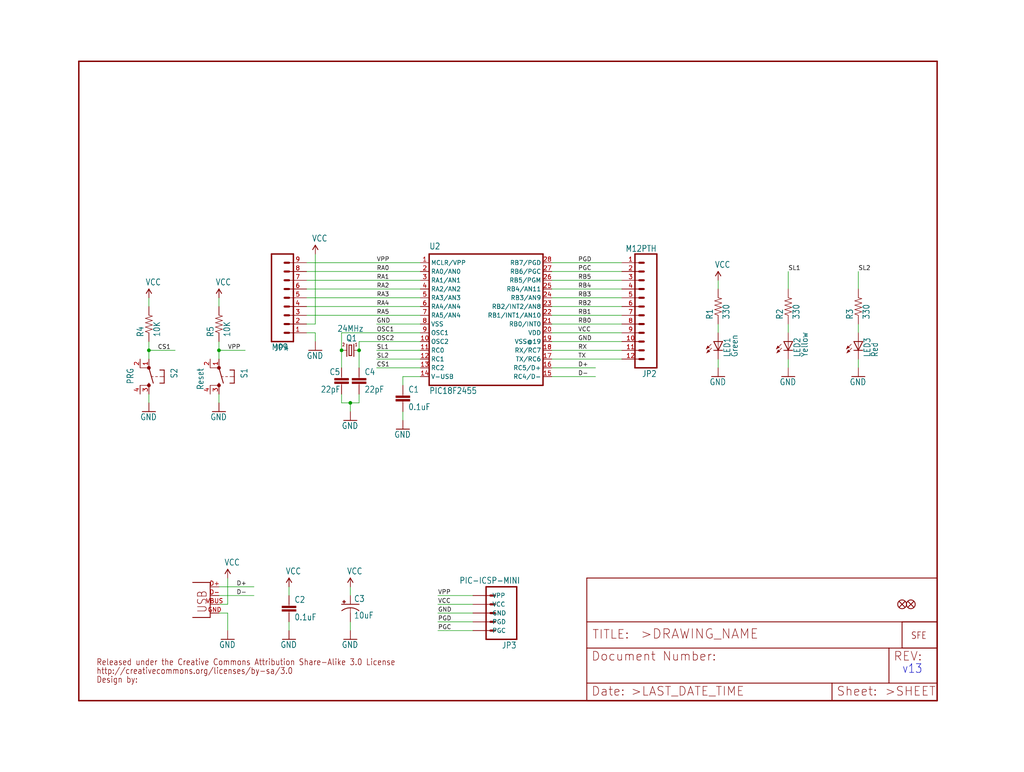
<source format=kicad_sch>
(kicad_sch (version 20211123) (generator eeschema)
  (paper "User" 297.002 223.926)
  (lib_symbols
    (symbol "schematicEagle-eagle-import:CAP0402-CAP"
      (property "Reference" "C" (at 1.524 2.921 0))
      (property "Value" "CAP0402-CAP" (at 1.524 -2.159 0))
      (symbol "CAP0402-CAP_1_0"
        (rectangle (start -2.032 0.508) (end 2.032 1.016) (fill (type outline)))
        (rectangle (start -2.032 1.524) (end 2.032 2.032) (fill (type outline)))
        (polyline (pts (xy 0 0) (xy 0 0.508)) (stroke (width 0.1524)))
        (polyline (pts (xy 0 2.54) (xy 0 2.032)) (stroke (width 0.1524)))
        (pin passive line (at 0 5.08 270) (length 2.54) (name "1") (number "1"))
        (pin passive line (at 0 -2.54 90) (length 2.54) (name "2") (number "2"))
      )
    )
    (symbol "schematicEagle-eagle-import:CAP_POL1206"
      (property "Reference" "C" (at 1.016 0.635 0))
      (property "Value" "CAP_POL1206" (at 1.016 -4.191 0))
      (symbol "CAP_POL1206_1_0"
        (rectangle (start -2.253 0.668) (end -1.364 0.795) (fill (type outline)))
        (rectangle (start -1.872 0.287) (end -1.745 1.176) (fill (type outline)))
        (arc (start 0 -1.0161) (mid -1.3021 -1.2302) (end -2.4669 -1.8504) (stroke (width 0.254)))
        (polyline (pts (xy -2.54 0) (xy 2.54 0)) (stroke (width 0.254)))
        (polyline (pts (xy 0 -1.016) (xy 0 -2.54)) (stroke (width 0.1524)))
        (arc (start 2.4892 -1.8542) (mid 1.3158 -1.2195) (end 0 -1) (stroke (width 0.254)))
        (pin passive line (at 0 2.54 270) (length 2.54) (name "+") (number "A"))
        (pin passive line (at 0 -5.08 90) (length 2.54) (name "-") (number "C"))
      )
    )
    (symbol "schematicEagle-eagle-import:CREATIVE_COMMONS"
      (symbol "CREATIVE_COMMONS_1_0"
        (text "Design by:" (at 0 0 0) (effects (font (size 1.778 1.5113)) (justify left bottom)))
        (text "http://creativecommons.org/licenses/by-sa/3.0" (at 0 2.54 0) (effects (font (size 1.778 1.5113)) (justify left bottom)))
        (text "Released under the Creative Commons Attribution Share-Alike 3.0 License" (at 0 5.08 0) (effects (font (size 1.778 1.5113)) (justify left bottom)))
      )
    )
    (symbol "schematicEagle-eagle-import:CRYSTAL5X3"
      (property "Reference" "Q" (at 2.54 1.016 0))
      (property "Value" "CRYSTAL5X3" (at 2.54 -2.54 0))
      (symbol "CRYSTAL5X3_1_0"
        (polyline (pts (xy -2.54 0) (xy -1.016 0)) (stroke (width 0.1524)))
        (polyline (pts (xy -1.016 1.778) (xy -1.016 -1.778)) (stroke (width 0.254)))
        (polyline (pts (xy -0.381 -1.524) (xy 0.381 -1.524)) (stroke (width 0.254)))
        (polyline (pts (xy -0.381 1.524) (xy -0.381 -1.524)) (stroke (width 0.254)))
        (polyline (pts (xy 0.381 -1.524) (xy 0.381 1.524)) (stroke (width 0.254)))
        (polyline (pts (xy 0.381 1.524) (xy -0.381 1.524)) (stroke (width 0.254)))
        (polyline (pts (xy 1.016 0) (xy 2.54 0)) (stroke (width 0.1524)))
        (polyline (pts (xy 1.016 1.778) (xy 1.016 -1.778)) (stroke (width 0.254)))
        (text "1" (at -2.159 -1.143 0) (effects (font (size 0.8636 0.734)) (justify left bottom)))
        (text "2" (at 1.524 -1.143 0) (effects (font (size 0.8636 0.734)) (justify left bottom)))
        (pin passive line (at -2.54 0 0) (length 0) (name "1") (number "1"))
        (pin passive line (at 2.54 0 180) (length 0) (name "2") (number "3"))
      )
    )
    (symbol "schematicEagle-eagle-import:FIDUCIAL1X2"
      (symbol "FIDUCIAL1X2_1_0"
        (polyline (pts (xy -0.762 0.762) (xy 0.762 -0.762)) (stroke (width 0.254)))
        (polyline (pts (xy 0.762 0.762) (xy -0.762 -0.762)) (stroke (width 0.254)))
        (circle (center 0 0) (radius 1.27) (stroke (width 0.254)))
      )
    )
    (symbol "schematicEagle-eagle-import:FRAME-LETTER"
      (symbol "FRAME-LETTER_1_0"
        (polyline (pts (xy 0 0) (xy 248.92 0)) (stroke (width 0.4064)))
        (polyline (pts (xy 0 185.42) (xy 0 0)) (stroke (width 0.4064)))
        (polyline (pts (xy 0 185.42) (xy 248.92 185.42)) (stroke (width 0.4064)))
        (polyline (pts (xy 248.92 185.42) (xy 248.92 0)) (stroke (width 0.4064)))
      )
      (symbol "FRAME-LETTER_2_0"
        (polyline (pts (xy 0 0) (xy 0 5.08)) (stroke (width 0.254)))
        (polyline (pts (xy 0 0) (xy 71.12 0)) (stroke (width 0.254)))
        (polyline (pts (xy 0 5.08) (xy 0 15.24)) (stroke (width 0.254)))
        (polyline (pts (xy 0 5.08) (xy 71.12 5.08)) (stroke (width 0.254)))
        (polyline (pts (xy 0 15.24) (xy 0 22.86)) (stroke (width 0.254)))
        (polyline (pts (xy 0 22.86) (xy 0 35.56)) (stroke (width 0.254)))
        (polyline (pts (xy 0 22.86) (xy 101.6 22.86)) (stroke (width 0.254)))
        (polyline (pts (xy 71.12 0) (xy 101.6 0)) (stroke (width 0.254)))
        (polyline (pts (xy 71.12 5.08) (xy 71.12 0)) (stroke (width 0.254)))
        (polyline (pts (xy 71.12 5.08) (xy 87.63 5.08)) (stroke (width 0.254)))
        (polyline (pts (xy 87.63 5.08) (xy 101.6 5.08)) (stroke (width 0.254)))
        (polyline (pts (xy 87.63 15.24) (xy 0 15.24)) (stroke (width 0.254)))
        (polyline (pts (xy 87.63 15.24) (xy 87.63 5.08)) (stroke (width 0.254)))
        (polyline (pts (xy 101.6 5.08) (xy 101.6 0)) (stroke (width 0.254)))
        (polyline (pts (xy 101.6 15.24) (xy 87.63 15.24)) (stroke (width 0.254)))
        (polyline (pts (xy 101.6 15.24) (xy 101.6 5.08)) (stroke (width 0.254)))
        (polyline (pts (xy 101.6 22.86) (xy 101.6 15.24)) (stroke (width 0.254)))
        (polyline (pts (xy 101.6 35.56) (xy 0 35.56)) (stroke (width 0.254)))
        (polyline (pts (xy 101.6 35.56) (xy 101.6 22.86)) (stroke (width 0.254)))
        (text ">DRAWING_NAME" (at 15.494 17.78 0) (effects (font (size 2.7432 2.7432)) (justify left bottom)))
        (text ">LAST_DATE_TIME" (at 12.7 1.27 0) (effects (font (size 2.54 2.54)) (justify left bottom)))
        (text ">SHEET" (at 86.36 1.27 0) (effects (font (size 2.54 2.54)) (justify left bottom)))
        (text "Date:" (at 1.27 1.27 0) (effects (font (size 2.54 2.54)) (justify left bottom)))
        (text "Document Number:" (at 1.27 11.43 0) (effects (font (size 2.54 2.54)) (justify left bottom)))
        (text "REV:" (at 88.9 11.43 0) (effects (font (size 2.54 2.54)) (justify left bottom)))
        (text "Sheet:" (at 72.39 1.27 0) (effects (font (size 2.54 2.54)) (justify left bottom)))
        (text "TITLE:" (at 1.524 17.78 0) (effects (font (size 2.54 2.54)) (justify left bottom)))
      )
    )
    (symbol "schematicEagle-eagle-import:GND" (power)
      (property "Value" "GND" (at -2.54 -2.54 0))
      (symbol "GND_1_0"
        (polyline (pts (xy -1.905 0) (xy 1.905 0)) (stroke (width 0.254)))
        (pin power_in line (at 0 2.54 270) (length 2.54) (name "GND") (number "1"))
      )
    )
    (symbol "schematicEagle-eagle-import:LED1206"
      (property "Reference" "LED" (at 3.556 -4.572 90))
      (property "Value" "LED1206" (at 5.715 -4.572 90))
      (symbol "LED1206_1_0"
        (polyline (pts (xy -2.032 -0.762) (xy -3.429 -2.159)) (stroke (width 0.1524)))
        (polyline (pts (xy -1.905 -1.905) (xy -3.302 -3.302)) (stroke (width 0.1524)))
        (polyline (pts (xy 0 -2.54) (xy -1.27 -2.54)) (stroke (width 0.254)))
        (polyline (pts (xy 0 -2.54) (xy -1.27 0)) (stroke (width 0.254)))
        (polyline (pts (xy 0 0) (xy -1.27 0)) (stroke (width 0.254)))
        (polyline (pts (xy 0 0) (xy 0 -2.54)) (stroke (width 0.1524)))
        (polyline (pts (xy 1.27 -2.54) (xy 0 -2.54)) (stroke (width 0.254)))
        (polyline (pts (xy 1.27 0) (xy 0 -2.54)) (stroke (width 0.254)))
        (polyline (pts (xy 1.27 0) (xy 0 0)) (stroke (width 0.254)))
        (polyline (pts (xy -3.429 -2.159) (xy -3.048 -1.27) (xy -2.54 -1.778)) (fill (type outline)))
        (polyline (pts (xy -3.302 -3.302) (xy -2.921 -2.413) (xy -2.413 -2.921)) (fill (type outline)))
        (pin passive line (at 0 2.54 270) (length 2.54) (name "A") (number "A"))
        (pin passive line (at 0 -5.08 90) (length 2.54) (name "C") (number "C"))
      )
    )
    (symbol "schematicEagle-eagle-import:LOGO-SFENEW"
      (symbol "LOGO-SFENEW_1_0"
        (polyline (pts (xy -2.54 -2.54) (xy 7.62 -2.54)) (stroke (width 0.254)))
        (polyline (pts (xy -2.54 5.08) (xy -2.54 -2.54)) (stroke (width 0.254)))
        (polyline (pts (xy 7.62 -2.54) (xy 7.62 5.08)) (stroke (width 0.254)))
        (polyline (pts (xy 7.62 5.08) (xy -2.54 5.08)) (stroke (width 0.254)))
        (text "SFE" (at 0 0 0) (effects (font (size 1.9304 1.6408)) (justify left bottom)))
      )
    )
    (symbol "schematicEagle-eagle-import:M09"
      (property "Reference" "JP" (at 0 16.51 0))
      (property "Value" "M09" (at 0 -15.24 0))
      (symbol "M09_1_0"
        (polyline (pts (xy 0 12.7) (xy 0 -12.7)) (stroke (width 0.4064)))
        (polyline (pts (xy 0 12.7) (xy 6.35 12.7)) (stroke (width 0.4064)))
        (polyline (pts (xy 3.81 -10.16) (xy 5.08 -10.16)) (stroke (width 0.6096)))
        (polyline (pts (xy 3.81 -7.62) (xy 5.08 -7.62)) (stroke (width 0.6096)))
        (polyline (pts (xy 3.81 -5.08) (xy 5.08 -5.08)) (stroke (width 0.6096)))
        (polyline (pts (xy 3.81 -2.54) (xy 5.08 -2.54)) (stroke (width 0.6096)))
        (polyline (pts (xy 3.81 0) (xy 5.08 0)) (stroke (width 0.6096)))
        (polyline (pts (xy 3.81 2.54) (xy 5.08 2.54)) (stroke (width 0.6096)))
        (polyline (pts (xy 3.81 5.08) (xy 5.08 5.08)) (stroke (width 0.6096)))
        (polyline (pts (xy 3.81 7.62) (xy 5.08 7.62)) (stroke (width 0.6096)))
        (polyline (pts (xy 3.81 10.16) (xy 5.08 10.16)) (stroke (width 0.6096)))
        (polyline (pts (xy 6.35 -12.7) (xy 0 -12.7)) (stroke (width 0.4064)))
        (polyline (pts (xy 6.35 -12.7) (xy 6.35 12.7)) (stroke (width 0.4064)))
        (pin passive line (at 10.16 -10.16 180) (length 5.08) (name "1") (number "1"))
        (pin passive line (at 10.16 -7.62 180) (length 5.08) (name "2") (number "2"))
        (pin passive line (at 10.16 -5.08 180) (length 5.08) (name "3") (number "3"))
        (pin passive line (at 10.16 -2.54 180) (length 5.08) (name "4") (number "4"))
        (pin passive line (at 10.16 0 180) (length 5.08) (name "5") (number "5"))
        (pin passive line (at 10.16 2.54 180) (length 5.08) (name "6") (number "6"))
        (pin passive line (at 10.16 5.08 180) (length 5.08) (name "7") (number "7"))
        (pin passive line (at 10.16 7.62 180) (length 5.08) (name "8") (number "8"))
        (pin passive line (at 10.16 10.16 180) (length 5.08) (name "9") (number "9"))
      )
    )
    (symbol "schematicEagle-eagle-import:M12PTH"
      (property "Reference" "JP" (at 0 16.002 0))
      (property "Value" "M12PTH" (at 0 -20.32 0))
      (symbol "M12PTH_1_0"
        (polyline (pts (xy 0 15.24) (xy 0 -17.78)) (stroke (width 0.4064)))
        (polyline (pts (xy 0 15.24) (xy 6.35 15.24)) (stroke (width 0.4064)))
        (polyline (pts (xy 3.81 -15.24) (xy 5.08 -15.24)) (stroke (width 0.6096)))
        (polyline (pts (xy 3.81 -12.7) (xy 5.08 -12.7)) (stroke (width 0.6096)))
        (polyline (pts (xy 3.81 -10.16) (xy 5.08 -10.16)) (stroke (width 0.6096)))
        (polyline (pts (xy 3.81 -7.62) (xy 5.08 -7.62)) (stroke (width 0.6096)))
        (polyline (pts (xy 3.81 -5.08) (xy 5.08 -5.08)) (stroke (width 0.6096)))
        (polyline (pts (xy 3.81 -2.54) (xy 5.08 -2.54)) (stroke (width 0.6096)))
        (polyline (pts (xy 3.81 0) (xy 5.08 0)) (stroke (width 0.6096)))
        (polyline (pts (xy 3.81 2.54) (xy 5.08 2.54)) (stroke (width 0.6096)))
        (polyline (pts (xy 3.81 5.08) (xy 5.08 5.08)) (stroke (width 0.6096)))
        (polyline (pts (xy 3.81 7.62) (xy 5.08 7.62)) (stroke (width 0.6096)))
        (polyline (pts (xy 3.81 10.16) (xy 5.08 10.16)) (stroke (width 0.6096)))
        (polyline (pts (xy 3.81 12.7) (xy 5.08 12.7)) (stroke (width 0.6096)))
        (polyline (pts (xy 6.35 -17.78) (xy 0 -17.78)) (stroke (width 0.4064)))
        (polyline (pts (xy 6.35 -17.78) (xy 6.35 15.24)) (stroke (width 0.4064)))
        (pin passive line (at 10.16 -15.24 180) (length 5.08) (name "1") (number "1"))
        (pin passive line (at 10.16 7.62 180) (length 5.08) (name "10") (number "10"))
        (pin passive line (at 10.16 10.16 180) (length 5.08) (name "11") (number "11"))
        (pin passive line (at 10.16 12.7 180) (length 5.08) (name "12") (number "12"))
        (pin passive line (at 10.16 -12.7 180) (length 5.08) (name "2") (number "2"))
        (pin passive line (at 10.16 -10.16 180) (length 5.08) (name "3") (number "3"))
        (pin passive line (at 10.16 -7.62 180) (length 5.08) (name "4") (number "4"))
        (pin passive line (at 10.16 -5.08 180) (length 5.08) (name "5") (number "5"))
        (pin passive line (at 10.16 -2.54 180) (length 5.08) (name "6") (number "6"))
        (pin passive line (at 10.16 0 180) (length 5.08) (name "7") (number "7"))
        (pin passive line (at 10.16 2.54 180) (length 5.08) (name "8") (number "8"))
        (pin passive line (at 10.16 5.08 180) (length 5.08) (name "9") (number "9"))
      )
    )
    (symbol "schematicEagle-eagle-import:PIC-ICSP-MINI"
      (property "Value" "PIC-ICSP-MINI" (at 6.096 10.414 0))
      (symbol "PIC-ICSP-MINI_1_0"
        (polyline (pts (xy -3.81 7.62) (xy -3.81 -7.62)) (stroke (width 0.4064)))
        (polyline (pts (xy -3.81 7.62) (xy 5.08 7.62)) (stroke (width 0.4064)))
        (polyline (pts (xy -1.27 -5.08) (xy -2.54 -5.08)) (stroke (width 0.6096)))
        (polyline (pts (xy -1.27 -2.54) (xy -2.54 -2.54)) (stroke (width 0.6096)))
        (polyline (pts (xy -1.27 0) (xy -2.54 0)) (stroke (width 0.6096)))
        (polyline (pts (xy -1.27 2.54) (xy -2.54 2.54)) (stroke (width 0.6096)))
        (polyline (pts (xy -1.27 5.08) (xy -2.54 5.08)) (stroke (width 0.6096)))
        (polyline (pts (xy 5.08 -7.62) (xy -3.81 -7.62)) (stroke (width 0.4064)))
        (polyline (pts (xy 5.08 -7.62) (xy 5.08 7.62)) (stroke (width 0.4064)))
        (pin passive line (at -7.62 5.08 0) (length 5.08) (name "VPP") (number "1"))
        (pin passive line (at -7.62 2.54 0) (length 5.08) (name "VCC") (number "2"))
        (pin passive line (at -7.62 0 0) (length 5.08) (name "GND") (number "3"))
        (pin passive line (at -7.62 -2.54 0) (length 5.08) (name "PGD") (number "4"))
        (pin passive line (at -7.62 -5.08 0) (length 5.08) (name "PGC") (number "5"))
      )
    )
    (symbol "schematicEagle-eagle-import:PIC18F2455SMD"
      (property "Value" "PIC18F2455SMD" (at -17.78 -20.32 0))
      (symbol "PIC18F2455SMD_1_0"
        (polyline (pts (xy -17.78 -17.78) (xy -17.78 20.32)) (stroke (width 0.4064)))
        (polyline (pts (xy -17.78 20.32) (xy 15.24 20.32)) (stroke (width 0.4064)))
        (polyline (pts (xy 15.24 -17.78) (xy -17.78 -17.78)) (stroke (width 0.4064)))
        (polyline (pts (xy 15.24 20.32) (xy 15.24 -17.78)) (stroke (width 0.4064)))
        (pin bidirectional line (at -20.32 17.78 0) (length 2.54) (name "MCLR/VPP") (number "1"))
        (pin bidirectional line (at -20.32 -5.08 0) (length 2.54) (name "OSC2") (number "10"))
        (pin bidirectional line (at -20.32 -7.62 0) (length 2.54) (name "RC0") (number "11"))
        (pin bidirectional line (at -20.32 -10.16 0) (length 2.54) (name "RC1") (number "12"))
        (pin bidirectional line (at -20.32 -12.7 0) (length 2.54) (name "RC2") (number "13"))
        (pin bidirectional line (at -20.32 -15.24 0) (length 2.54) (name "V-USB") (number "14"))
        (pin bidirectional line (at 17.78 -15.24 180) (length 2.54) (name "RC4/D-") (number "15"))
        (pin bidirectional line (at 17.78 -12.7 180) (length 2.54) (name "RC5/D+") (number "16"))
        (pin bidirectional line (at 17.78 -10.16 180) (length 2.54) (name "TX/RC6") (number "17"))
        (pin input line (at 17.78 -7.62 180) (length 2.54) (name "RX/RC7") (number "18"))
        (pin power_in line (at 17.78 -5.08 180) (length 2.54) (name "VSS@19") (number "19"))
        (pin bidirectional line (at -20.32 15.24 0) (length 2.54) (name "RA0/AN0") (number "2"))
        (pin power_in line (at 17.78 -2.54 180) (length 2.54) (name "VDD") (number "20"))
        (pin bidirectional line (at 17.78 0 180) (length 2.54) (name "RB0/INT0") (number "21"))
        (pin bidirectional line (at 17.78 2.54 180) (length 2.54) (name "RB1/INT1/AN10") (number "22"))
        (pin bidirectional line (at 17.78 5.08 180) (length 2.54) (name "RB2/INT2/AN8") (number "23"))
        (pin bidirectional line (at 17.78 7.62 180) (length 2.54) (name "RB3/AN9") (number "24"))
        (pin bidirectional line (at 17.78 10.16 180) (length 2.54) (name "RB4/AN11") (number "25"))
        (pin bidirectional line (at 17.78 12.7 180) (length 2.54) (name "RB5/PGM") (number "26"))
        (pin bidirectional line (at 17.78 15.24 180) (length 2.54) (name "RB6/PGC") (number "27"))
        (pin bidirectional line (at 17.78 17.78 180) (length 2.54) (name "RB7/PGD") (number "28"))
        (pin bidirectional line (at -20.32 12.7 0) (length 2.54) (name "RA1/AN1") (number "3"))
        (pin bidirectional line (at -20.32 10.16 0) (length 2.54) (name "RA2/AN2") (number "4"))
        (pin bidirectional line (at -20.32 7.62 0) (length 2.54) (name "RA3/AN3") (number "5"))
        (pin bidirectional line (at -20.32 5.08 0) (length 2.54) (name "RA4/AN4") (number "6"))
        (pin bidirectional line (at -20.32 2.54 0) (length 2.54) (name "RA5/AN4") (number "7"))
        (pin power_in line (at -20.32 0 0) (length 2.54) (name "VSS") (number "8"))
        (pin bidirectional line (at -20.32 -2.54 0) (length 2.54) (name "OSC1") (number "9"))
      )
    )
    (symbol "schematicEagle-eagle-import:RESISTOR0402-RES"
      (property "Reference" "R" (at -3.81 1.4986 0))
      (property "Value" "RESISTOR0402-RES" (at -3.81 -3.302 0))
      (symbol "RESISTOR0402-RES_1_0"
        (polyline (pts (xy -2.54 0) (xy -2.159 1.016)) (stroke (width 0.1524)))
        (polyline (pts (xy -2.159 1.016) (xy -1.524 -1.016)) (stroke (width 0.1524)))
        (polyline (pts (xy -1.524 -1.016) (xy -0.889 1.016)) (stroke (width 0.1524)))
        (polyline (pts (xy -0.889 1.016) (xy -0.254 -1.016)) (stroke (width 0.1524)))
        (polyline (pts (xy -0.254 -1.016) (xy 0.381 1.016)) (stroke (width 0.1524)))
        (polyline (pts (xy 0.381 1.016) (xy 1.016 -1.016)) (stroke (width 0.1524)))
        (polyline (pts (xy 1.016 -1.016) (xy 1.651 1.016)) (stroke (width 0.1524)))
        (polyline (pts (xy 1.651 1.016) (xy 2.286 -1.016)) (stroke (width 0.1524)))
        (polyline (pts (xy 2.286 -1.016) (xy 2.54 0)) (stroke (width 0.1524)))
        (pin passive line (at -5.08 0 0) (length 2.54) (name "1") (number "1"))
        (pin passive line (at 5.08 0 180) (length 2.54) (name "2") (number "2"))
      )
    )
    (symbol "schematicEagle-eagle-import:TAC_SWITCHSMD"
      (property "Reference" "S" (at -2.54 6.35 0))
      (property "Value" "TAC_SWITCHSMD" (at -2.54 -6.35 0))
      (symbol "TAC_SWITCHSMD_1_0"
        (circle (center -2.54 0) (radius 0.127) (stroke (width 0.4064)))
        (polyline (pts (xy -2.54 -2.54) (xy -2.54 0)) (stroke (width 0.1524)))
        (polyline (pts (xy -2.54 0) (xy 1.905 1.27)) (stroke (width 0.254)))
        (polyline (pts (xy -1.905 4.445) (xy -1.905 3.175)) (stroke (width 0.254)))
        (polyline (pts (xy 0 1.27) (xy 0 0.635)) (stroke (width 0.1524)))
        (polyline (pts (xy 0 2.54) (xy 0 1.905)) (stroke (width 0.1524)))
        (polyline (pts (xy 0 4.445) (xy -1.905 4.445)) (stroke (width 0.254)))
        (polyline (pts (xy 0 4.445) (xy 0 3.175)) (stroke (width 0.1524)))
        (polyline (pts (xy 1.905 0) (xy 2.54 0)) (stroke (width 0.254)))
        (polyline (pts (xy 1.905 4.445) (xy 0 4.445)) (stroke (width 0.254)))
        (polyline (pts (xy 1.905 4.445) (xy 1.905 3.175)) (stroke (width 0.254)))
        (polyline (pts (xy 2.54 -2.54) (xy 2.54 0)) (stroke (width 0.1524)))
        (circle (center 2.54 0) (radius 0.127) (stroke (width 0.4064)))
        (pin passive line (at -5.08 0 0) (length 2.54) (name "1") (number "1"))
        (pin passive line (at -5.08 -2.54 0) (length 2.54) (name "2") (number "2"))
        (pin passive line (at 5.08 0 180) (length 2.54) (name "3") (number "3"))
        (pin passive line (at 5.08 -2.54 180) (length 2.54) (name "4") (number "4"))
      )
    )
    (symbol "schematicEagle-eagle-import:USBSMD"
      (symbol "USBSMD_1_0"
        (polyline (pts (xy 0 -1.27) (xy 5.08 -1.27)) (stroke (width 0.254)))
        (polyline (pts (xy 0 8.89) (xy 0 -1.27)) (stroke (width 0.254)))
        (polyline (pts (xy 5.08 8.89) (xy 0 8.89)) (stroke (width 0.254)))
        (text "USB" (at 3.81 0 900) (effects (font (size 2.54 2.159)) (justify left bottom)))
        (pin bidirectional line (at -2.54 7.62 0) (length 2.54) (name "D+") (number "D+"))
        (pin bidirectional line (at -2.54 5.08 0) (length 2.54) (name "D-") (number "D-"))
        (pin bidirectional line (at -2.54 0 0) (length 2.54) (name "GND") (number "GND"))
        (pin bidirectional line (at -2.54 2.54 0) (length 2.54) (name "VBUS") (number "VBUS"))
      )
    )
    (symbol "schematicEagle-eagle-import:VCC" (power)
      (property "Value" "VCC" (at -1.016 3.556 0))
      (symbol "VCC_1_0"
        (polyline (pts (xy 0 2.54) (xy -0.762 1.27)) (stroke (width 0.254)))
        (polyline (pts (xy 0.762 1.27) (xy 0 2.54)) (stroke (width 0.254)))
        (pin power_in line (at 0 0 90) (length 2.54) (name "VCC") (number "1"))
      )
    )
  )
  (junction (at 43.18 101.6))
  (junction (at 63.5 101.6))
  (junction (at 101.6 116.84))
  (junction (at 99.06 101.6))
  (junction (at 104.14 101.6))
  (wire (pts (xy 180.34 99.06) (xy 160.02 99.06)))
  (wire (pts (xy 104.14 101.6) (xy 104.14 106.68)))
  (wire (pts (xy 99.06 96.52) (xy 99.06 101.6)))
  (wire (pts (xy 180.34 104.14) (xy 160.02 104.14)))
  (wire (pts (xy 104.14 116.84) (xy 101.6 116.84)))
  (wire (pts (xy 248.92 93.98) (xy 248.92 96.52)))
  (wire (pts (xy 91.44 93.98) (xy 91.44 73.66)))
  (wire (pts (xy 104.14 114.3) (xy 104.14 116.84)))
  (wire (pts (xy 83.82 172.72) (xy 83.82 170.18)))
  (wire (pts (xy 43.18 86.36) (xy 43.18 88.9)))
  (wire (pts (xy 137.16 172.72) (xy 127 172.72)))
  (wire (pts (xy 43.18 101.6) (xy 43.18 104.14)))
  (wire (pts (xy 121.92 104.14) (xy 109.22 104.14)))
  (wire (pts (xy 101.6 182.88) (xy 101.6 180.34)))
  (wire (pts (xy 208.28 93.98) (xy 208.28 96.52)))
  (wire (pts (xy 63.5 104.14) (xy 63.5 101.6)))
  (wire (pts (xy 228.6 83.82) (xy 228.6 78.74)))
  (wire (pts (xy 104.14 101.6) (xy 104.14 99.06)))
  (wire (pts (xy 63.5 175.26) (xy 66.04 175.26)))
  (wire (pts (xy 121.92 91.44) (xy 88.9 91.44)))
  (wire (pts (xy 43.18 99.06) (xy 43.18 101.6)))
  (wire (pts (xy 99.06 101.6) (xy 99.06 106.68)))
  (wire (pts (xy 160.02 91.44) (xy 180.34 91.44)))
  (wire (pts (xy 121.92 109.22) (xy 116.84 109.22)))
  (wire (pts (xy 63.5 116.84) (xy 63.5 114.3)))
  (wire (pts (xy 137.16 177.8) (xy 127 177.8)))
  (wire (pts (xy 88.9 96.52) (xy 91.44 96.52)))
  (wire (pts (xy 116.84 119.38) (xy 116.84 121.92)))
  (wire (pts (xy 228.6 96.52) (xy 228.6 93.98)))
  (wire (pts (xy 160.02 76.2) (xy 180.34 76.2)))
  (wire (pts (xy 63.5 101.6) (xy 71.12 101.6)))
  (wire (pts (xy 160.02 109.22) (xy 172.72 109.22)))
  (wire (pts (xy 180.34 88.9) (xy 160.02 88.9)))
  (wire (pts (xy 121.92 78.74) (xy 88.9 78.74)))
  (wire (pts (xy 66.04 175.26) (xy 66.04 167.64)))
  (wire (pts (xy 121.92 76.2) (xy 88.9 76.2)))
  (wire (pts (xy 180.34 93.98) (xy 160.02 93.98)))
  (wire (pts (xy 99.06 116.84) (xy 99.06 114.3)))
  (wire (pts (xy 121.92 93.98) (xy 109.22 93.98)))
  (wire (pts (xy 137.16 182.88) (xy 127 182.88)))
  (wire (pts (xy 248.92 83.82) (xy 248.92 78.74)))
  (wire (pts (xy 63.5 177.8) (xy 66.04 177.8)))
  (wire (pts (xy 228.6 106.68) (xy 228.6 104.14)))
  (wire (pts (xy 121.92 99.06) (xy 104.14 99.06)))
  (wire (pts (xy 63.5 170.18) (xy 73.66 170.18)))
  (wire (pts (xy 121.92 88.9) (xy 88.9 88.9)))
  (wire (pts (xy 43.18 114.3) (xy 43.18 116.84)))
  (wire (pts (xy 91.44 96.52) (xy 91.44 99.06)))
  (wire (pts (xy 101.6 170.18) (xy 101.6 172.72)))
  (wire (pts (xy 116.84 109.22) (xy 116.84 111.76)))
  (wire (pts (xy 160.02 101.6) (xy 180.34 101.6)))
  (wire (pts (xy 101.6 116.84) (xy 99.06 116.84)))
  (wire (pts (xy 137.16 175.26) (xy 127 175.26)))
  (wire (pts (xy 160.02 81.28) (xy 180.34 81.28)))
  (wire (pts (xy 160.02 86.36) (xy 180.34 86.36)))
  (wire (pts (xy 121.92 86.36) (xy 88.9 86.36)))
  (wire (pts (xy 63.5 101.6) (xy 63.5 99.06)))
  (wire (pts (xy 63.5 88.9) (xy 63.5 86.36)))
  (wire (pts (xy 121.92 106.68) (xy 109.22 106.68)))
  (wire (pts (xy 43.18 101.6) (xy 50.8 101.6)))
  (wire (pts (xy 121.92 81.28) (xy 88.9 81.28)))
  (wire (pts (xy 248.92 106.68) (xy 248.92 104.14)))
  (wire (pts (xy 121.92 83.82) (xy 88.9 83.82)))
  (wire (pts (xy 88.9 93.98) (xy 91.44 93.98)))
  (wire (pts (xy 101.6 119.38) (xy 101.6 116.84)))
  (wire (pts (xy 121.92 101.6) (xy 109.22 101.6)))
  (wire (pts (xy 160.02 96.52) (xy 180.34 96.52)))
  (wire (pts (xy 66.04 177.8) (xy 66.04 182.88)))
  (wire (pts (xy 121.92 96.52) (xy 99.06 96.52)))
  (wire (pts (xy 63.5 172.72) (xy 73.66 172.72)))
  (wire (pts (xy 83.82 180.34) (xy 83.82 182.88)))
  (wire (pts (xy 208.28 83.82) (xy 208.28 81.28)))
  (wire (pts (xy 208.28 104.14) (xy 208.28 106.68)))
  (wire (pts (xy 160.02 106.68) (xy 172.72 106.68)))
  (wire (pts (xy 160.02 78.74) (xy 180.34 78.74)))
  (wire (pts (xy 180.34 83.82) (xy 160.02 83.82)))
  (wire (pts (xy 137.16 180.34) (xy 127 180.34)))
  (text "v13" (at 261.62 195.58 180) (effects (font (size 2.54 2.159)) (justify left bottom)))
  (label "GND" (at 109.22 93.98 0) (effects (font (size 1.2446 1.2446))))
  (label "RA4" (at 109.22 88.9 0) (effects (font (size 1.2446 1.2446))))
  (label "VPP" (at 66.04 101.6 0) (effects (font (size 1.2446 1.2446))))
  (label "D-" (at 167.64 109.22 0) (effects (font (size 1.2446 1.2446))))
  (label "PGD" (at 127 180.34 0) (effects (font (size 1.2446 1.2446))))
  (label "TX" (at 167.64 104.14 0) (effects (font (size 1.2446 1.2446))))
  (label "VCC" (at 167.64 96.52 0) (effects (font (size 1.2446 1.2446))))
  (label "SL2" (at 248.92 78.74 0) (effects (font (size 1.2446 1.2446))))
  (label "D+" (at 167.64 106.68 0) (effects (font (size 1.2446 1.2446))))
  (label "CS1" (at 45.72 101.6 0) (effects (font (size 1.2446 1.2446))))
  (label "RB3" (at 167.64 86.36 0) (effects (font (size 1.2446 1.2446))))
  (label "GND" (at 167.64 99.06 0) (effects (font (size 1.2446 1.2446))))
  (label "SL1" (at 109.22 101.6 0) (effects (font (size 1.2446 1.2446))))
  (label "OSC1" (at 109.22 96.52 0) (effects (font (size 1.2446 1.2446))))
  (label "GND" (at 127 177.8 0) (effects (font (size 1.2446 1.2446))))
  (label "OSC2" (at 109.22 99.06 0) (effects (font (size 1.2446 1.2446))))
  (label "PGC" (at 127 182.88 0) (effects (font (size 1.2446 1.2446))))
  (label "VCC" (at 127 175.26 0) (effects (font (size 1.2446 1.2446))))
  (label "RB2" (at 167.64 88.9 0) (effects (font (size 1.2446 1.2446))))
  (label "CS1" (at 109.22 106.68 0) (effects (font (size 1.2446 1.2446))))
  (label "RX" (at 167.64 101.6 0) (effects (font (size 1.2446 1.2446))))
  (label "RA0" (at 109.22 78.74 0) (effects (font (size 1.2446 1.2446))))
  (label "RA3" (at 109.22 86.36 0) (effects (font (size 1.2446 1.2446))))
  (label "RA2" (at 109.22 83.82 0) (effects (font (size 1.2446 1.2446))))
  (label "VPP" (at 127 172.72 0) (effects (font (size 1.2446 1.2446))))
  (label "SL2" (at 109.22 104.14 0) (effects (font (size 1.2446 1.2446))))
  (label "RB5" (at 167.64 81.28 0) (effects (font (size 1.2446 1.2446))))
  (label "RB4" (at 167.64 83.82 0) (effects (font (size 1.2446 1.2446))))
  (label "RB0" (at 167.64 93.98 0) (effects (font (size 1.2446 1.2446))))
  (label "D-" (at 68.58 172.72 0) (effects (font (size 1.2446 1.2446))))
  (label "RA5" (at 109.22 91.44 0) (effects (font (size 1.2446 1.2446))))
  (label "SL1" (at 228.6 78.74 0) (effects (font (size 1.2446 1.2446))))
  (label "VPP" (at 109.22 76.2 0) (effects (font (size 1.2446 1.2446))))
  (label "RA1" (at 109.22 81.28 0) (effects (font (size 1.2446 1.2446))))
  (label "D+" (at 68.58 170.18 0) (effects (font (size 1.2446 1.2446))))
  (label "PGC" (at 167.64 78.74 0) (effects (font (size 1.2446 1.2446))))
  (label "PGD" (at 167.64 76.2 0) (effects (font (size 1.2446 1.2446))))
  (label "RB1" (at 167.64 91.44 0) (effects (font (size 1.2446 1.2446))))
  (symbol (lib_id "schematicEagle-eagle-import:VCC") (at 91.44 73.66 0) (unit 1)
    (property "Reference" "#P+7" (effects hide))
    (property "Value" "VCC" (at 90.424 70.104 0) (effects (font (size 1.778 1.5113)) (justify left bottom)))
    (property "Footprint" "schematicEagle:" (effects hide))
  )
  (symbol (lib_id "schematicEagle-eagle-import:GND") (at 91.44 101.6 0) (unit 1)
    (property "Reference" "#GND10" (effects hide))
    (property "Value" "GND" (at 88.9 104.14 0) (effects (font (size 1.778 1.5113)) (justify left bottom)))
    (property "Footprint" "schematicEagle:" (effects hide))
  )
  (symbol (lib_id "schematicEagle-eagle-import:LED1206") (at 248.92 99.06 0) (unit 1)
    (property "Reference" "LED3" (at 252.476 103.632 90) (effects (font (size 1.778 1.5113)) (justify left bottom)))
    (property "Value" "Red" (at 254.635 103.632 90) (effects (font (size 1.778 1.5113)) (justify left bottom)))
    (property "Footprint" "schematicEagle:LED-1206" (effects hide))
  )
  (symbol (lib_id "schematicEagle-eagle-import:GND") (at 228.6 109.22 0) (unit 1)
    (property "Reference" "#GND2" (effects hide))
    (property "Value" "GND" (at 226.06 111.76 0) (effects (font (size 1.778 1.5113)) (justify left bottom)))
    (property "Footprint" "schematicEagle:" (effects hide))
  )
  (symbol (lib_id "schematicEagle-eagle-import:LED1206") (at 228.6 99.06 0) (unit 1)
    (property "Reference" "LED2" (at 232.156 103.632 90) (effects (font (size 1.778 1.5113)) (justify left bottom)))
    (property "Value" "Yellow" (at 234.315 103.632 90) (effects (font (size 1.778 1.5113)) (justify left bottom)))
    (property "Footprint" "schematicEagle:LED-1206" (effects hide))
  )
  (symbol (lib_id "schematicEagle-eagle-import:CAP_POL1206") (at 101.6 175.26 0) (unit 1)
    (property "Reference" "C3" (at 102.616 174.625 0) (effects (font (size 1.778 1.5113)) (justify left bottom)))
    (property "Value" "10uF" (at 102.616 179.451 0) (effects (font (size 1.778 1.5113)) (justify left bottom)))
    (property "Footprint" "schematicEagle:EIA3216" (effects hide))
  )
  (symbol (lib_id "schematicEagle-eagle-import:RESISTOR0402-RES") (at 248.92 88.9 90) (unit 1)
    (property "Reference" "R3" (at 247.4214 92.71 0) (effects (font (size 1.778 1.5113)) (justify left bottom)))
    (property "Value" "330" (at 252.222 92.71 0) (effects (font (size 1.778 1.5113)) (justify left bottom)))
    (property "Footprint" "schematicEagle:0402-RES" (effects hide))
  )
  (symbol (lib_id "schematicEagle-eagle-import:FRAME-LETTER") (at 170.18 203.2 0) (unit 2)
    (property "Reference" "#FRAME1" (effects hide))
    (property "Value" "FRAME-LETTER" (effects hide))
    (property "Footprint" "schematicEagle:" (effects hide))
  )
  (symbol (lib_id "schematicEagle-eagle-import:LED1206") (at 208.28 99.06 0) (unit 1)
    (property "Reference" "LED1" (at 211.836 103.632 90) (effects (font (size 1.778 1.5113)) (justify left bottom)))
    (property "Value" "Green" (at 213.995 103.632 90) (effects (font (size 1.778 1.5113)) (justify left bottom)))
    (property "Footprint" "schematicEagle:LED-1206" (effects hide))
  )
  (symbol (lib_id "schematicEagle-eagle-import:GND") (at 208.28 109.22 0) (unit 1)
    (property "Reference" "#GND1" (effects hide))
    (property "Value" "GND" (at 205.74 111.76 0) (effects (font (size 1.778 1.5113)) (justify left bottom)))
    (property "Footprint" "schematicEagle:" (effects hide))
  )
  (symbol (lib_id "schematicEagle-eagle-import:LOGO-SFENEW") (at 264.16 185.42 0) (unit 1)
    (property "Reference" "U$1" (effects hide))
    (property "Value" "LOGO-SFENEW" (effects hide))
    (property "Footprint" "schematicEagle:SFE-NEW-WEBLOGO" (effects hide))
  )
  (symbol (lib_id "schematicEagle-eagle-import:GND") (at 101.6 185.42 0) (unit 1)
    (property "Reference" "#GND4" (effects hide))
    (property "Value" "GND" (at 99.06 187.96 0) (effects (font (size 1.778 1.5113)) (justify left bottom)))
    (property "Footprint" "schematicEagle:" (effects hide))
  )
  (symbol (lib_id "schematicEagle-eagle-import:RESISTOR0402-RES") (at 43.18 93.98 90) (unit 1)
    (property "Reference" "R4" (at 41.6814 97.79 0) (effects (font (size 1.778 1.5113)) (justify left bottom)))
    (property "Value" "10K" (at 46.482 97.79 0) (effects (font (size 1.778 1.5113)) (justify left bottom)))
    (property "Footprint" "schematicEagle:0402-RES" (effects hide))
  )
  (symbol (lib_id "schematicEagle-eagle-import:VCC") (at 101.6 170.18 0) (unit 1)
    (property "Reference" "#P+5" (effects hide))
    (property "Value" "VCC" (at 100.584 166.624 0) (effects (font (size 1.778 1.5113)) (justify left bottom)))
    (property "Footprint" "schematicEagle:" (effects hide))
  )
  (symbol (lib_id "schematicEagle-eagle-import:GND") (at 63.5 119.38 0) (unit 1)
    (property "Reference" "#GND6" (effects hide))
    (property "Value" "GND" (at 60.96 121.92 0) (effects (font (size 1.778 1.5113)) (justify left bottom)))
    (property "Footprint" "schematicEagle:" (effects hide))
  )
  (symbol (lib_id "schematicEagle-eagle-import:FRAME-LETTER") (at 22.86 203.2 0) (unit 1)
    (property "Reference" "#FRAME1" (effects hide))
    (property "Value" "FRAME-LETTER" (effects hide))
    (property "Footprint" "schematicEagle:" (effects hide))
  )
  (symbol (lib_id "schematicEagle-eagle-import:CAP0402-CAP") (at 104.14 111.76 0) (unit 1)
    (property "Reference" "C4" (at 105.664 108.839 0) (effects (font (size 1.778 1.5113)) (justify left bottom)))
    (property "Value" "22pF" (at 105.664 113.919 0) (effects (font (size 1.778 1.5113)) (justify left bottom)))
    (property "Footprint" "schematicEagle:0402-CAP" (effects hide))
  )
  (symbol (lib_id "schematicEagle-eagle-import:RESISTOR0402-RES") (at 63.5 93.98 90) (unit 1)
    (property "Reference" "R5" (at 62.0014 97.79 0) (effects (font (size 1.778 1.5113)) (justify left bottom)))
    (property "Value" "10K" (at 66.802 97.79 0) (effects (font (size 1.778 1.5113)) (justify left bottom)))
    (property "Footprint" "schematicEagle:0402-RES" (effects hide))
  )
  (symbol (lib_id "schematicEagle-eagle-import:GND") (at 83.82 185.42 0) (unit 1)
    (property "Reference" "#GND7" (effects hide))
    (property "Value" "GND" (at 81.28 187.96 0) (effects (font (size 1.778 1.5113)) (justify left bottom)))
    (property "Footprint" "schematicEagle:" (effects hide))
  )
  (symbol (lib_id "schematicEagle-eagle-import:PIC-ICSP-MINI") (at 144.78 177.8 0) (unit 1)
    (property "Reference" "JP3" (at 149.86 186.182 0) (effects (font (size 1.778 1.5113)) (justify right top)))
    (property "Value" "PIC-ICSP-MINI" (at 150.876 167.386 0) (effects (font (size 1.778 1.5113)) (justify right top)))
    (property "Footprint" "schematicEagle:PIC-ICSP-MINI" (effects hide))
  )
  (symbol (lib_id "schematicEagle-eagle-import:GND") (at 43.18 119.38 0) (unit 1)
    (property "Reference" "#GND5" (effects hide))
    (property "Value" "GND" (at 40.64 121.92 0) (effects (font (size 1.778 1.5113)) (justify left bottom)))
    (property "Footprint" "schematicEagle:" (effects hide))
  )
  (symbol (lib_id "schematicEagle-eagle-import:TAC_SWITCHSMD") (at 43.18 109.22 270) (unit 1)
    (property "Reference" "S2" (at 49.53 106.68 0) (effects (font (size 1.778 1.5113)) (justify left bottom)))
    (property "Value" "PRG" (at 36.83 106.68 0) (effects (font (size 1.778 1.5113)) (justify left bottom)))
    (property "Footprint" "schematicEagle:TACTILE_SWITCH_SMD" (effects hide))
  )
  (symbol (lib_id "schematicEagle-eagle-import:GND") (at 248.92 109.22 0) (unit 1)
    (property "Reference" "#GND8" (effects hide))
    (property "Value" "GND" (at 246.38 111.76 0) (effects (font (size 1.778 1.5113)) (justify left bottom)))
    (property "Footprint" "schematicEagle:" (effects hide))
  )
  (symbol (lib_id "schematicEagle-eagle-import:RESISTOR0402-RES") (at 208.28 88.9 90) (unit 1)
    (property "Reference" "R1" (at 206.7814 92.71 0) (effects (font (size 1.778 1.5113)) (justify left bottom)))
    (property "Value" "330" (at 211.582 92.71 0) (effects (font (size 1.778 1.5113)) (justify left bottom)))
    (property "Footprint" "schematicEagle:0402-RES" (effects hide))
  )
  (symbol (lib_id "schematicEagle-eagle-import:TAC_SWITCHSMD") (at 63.5 109.22 270) (unit 1)
    (property "Reference" "S1" (at 69.85 106.68 0) (effects (font (size 1.778 1.5113)) (justify left bottom)))
    (property "Value" "Reset" (at 57.15 106.68 0) (effects (font (size 1.778 1.5113)) (justify left bottom)))
    (property "Footprint" "schematicEagle:TACTILE_SWITCH_SMD" (effects hide))
  )
  (symbol (lib_id "schematicEagle-eagle-import:VCC") (at 83.82 170.18 0) (unit 1)
    (property "Reference" "#P+1" (effects hide))
    (property "Value" "VCC" (at 82.804 166.624 0) (effects (font (size 1.778 1.5113)) (justify left bottom)))
    (property "Footprint" "schematicEagle:" (effects hide))
  )
  (symbol (lib_id "schematicEagle-eagle-import:CRYSTAL5X3") (at 101.6 101.6 180) (unit 1)
    (property "Reference" "Q1" (at 100.33 99.06 0) (effects (font (size 1.778 1.5113)) (justify right top)))
    (property "Value" "24MHz" (at 97.79 96.266 0) (effects (font (size 1.778 1.5113)) (justify right top)))
    (property "Footprint" "schematicEagle:CRYSTAL-SMD-5X3" (effects hide))
  )
  (symbol (lib_id "schematicEagle-eagle-import:USBSMD") (at 60.96 177.8 0) (mirror y) (unit 1)
    (property "Reference" "X1" (effects hide))
    (property "Value" "USBSMD" (effects hide))
    (property "Footprint" "schematicEagle:USB-MINIB" (effects hide))
  )
  (symbol (lib_id "schematicEagle-eagle-import:FIDUCIAL1X2") (at 264.16 175.26 0) (unit 1)
    (property "Reference" "FID2" (effects hide))
    (property "Value" "FIDUCIAL1X2" (effects hide))
    (property "Footprint" "schematicEagle:FIDUCIAL-1X2" (effects hide))
  )
  (symbol (lib_id "schematicEagle-eagle-import:VCC") (at 63.5 86.36 0) (unit 1)
    (property "Reference" "#P+3" (effects hide))
    (property "Value" "VCC" (at 62.484 82.804 0) (effects (font (size 1.778 1.5113)) (justify left bottom)))
    (property "Footprint" "schematicEagle:" (effects hide))
  )
  (symbol (lib_id "schematicEagle-eagle-import:GND") (at 116.84 124.46 0) (unit 1)
    (property "Reference" "#GND11" (effects hide))
    (property "Value" "GND" (at 114.3 127 0) (effects (font (size 1.778 1.5113)) (justify left bottom)))
    (property "Footprint" "schematicEagle:" (effects hide))
  )
  (symbol (lib_id "schematicEagle-eagle-import:FIDUCIAL1X2") (at 261.62 175.26 0) (unit 1)
    (property "Reference" "FID1" (effects hide))
    (property "Value" "FIDUCIAL1X2" (effects hide))
    (property "Footprint" "schematicEagle:FIDUCIAL-1X2" (effects hide))
  )
  (symbol (lib_id "schematicEagle-eagle-import:CREATIVE_COMMONS") (at 27.94 198.12 0) (unit 1)
    (property "Reference" "U$2" (effects hide))
    (property "Value" "CREATIVE_COMMONS" (effects hide))
    (property "Footprint" "schematicEagle:CREATIVE_COMMONS" (effects hide))
  )
  (symbol (lib_id "schematicEagle-eagle-import:GND") (at 101.6 121.92 0) (unit 1)
    (property "Reference" "#GND9" (effects hide))
    (property "Value" "GND" (at 99.06 124.46 0) (effects (font (size 1.778 1.5113)) (justify left bottom)))
    (property "Footprint" "schematicEagle:" (effects hide))
  )
  (symbol (lib_id "schematicEagle-eagle-import:VCC") (at 208.28 81.28 0) (unit 1)
    (property "Reference" "#P+6" (effects hide))
    (property "Value" "VCC" (at 207.264 77.724 0) (effects (font (size 1.778 1.5113)) (justify left bottom)))
    (property "Footprint" "schematicEagle:" (effects hide))
  )
  (symbol (lib_id "schematicEagle-eagle-import:VCC") (at 43.18 86.36 0) (unit 1)
    (property "Reference" "#P+4" (effects hide))
    (property "Value" "VCC" (at 42.164 82.804 0) (effects (font (size 1.778 1.5113)) (justify left bottom)))
    (property "Footprint" "schematicEagle:" (effects hide))
  )
  (symbol (lib_id "schematicEagle-eagle-import:CAP0402-CAP") (at 83.82 177.8 0) (unit 1)
    (property "Reference" "C2" (at 85.344 174.879 0) (effects (font (size 1.778 1.5113)) (justify left bottom)))
    (property "Value" "0.1uF" (at 85.344 179.959 0) (effects (font (size 1.778 1.5113)) (justify left bottom)))
    (property "Footprint" "schematicEagle:0402-CAP" (effects hide))
  )
  (symbol (lib_id "schematicEagle-eagle-import:M09") (at 78.74 86.36 0) (unit 1)
    (property "Reference" "JP4" (at 79.502 101.854 0) (effects (font (size 1.778 1.5113)) (justify left bottom)))
    (property "Value" "M09" (at 78.74 101.6 0) (effects (font (size 1.778 1.5113)) (justify left bottom)))
    (property "Footprint" "schematicEagle:1X09" (effects hide))
  )
  (symbol (lib_id "schematicEagle-eagle-import:M12PTH") (at 190.5 91.44 180) (unit 1)
    (property "Reference" "JP2" (at 190.5 107.442 0) (effects (font (size 1.778 1.5113)) (justify left bottom)))
    (property "Value" "M12PTH" (at 190.5 71.12 0) (effects (font (size 1.778 1.5113)) (justify left bottom)))
    (property "Footprint" "schematicEagle:1X12" (effects hide))
  )
  (symbol (lib_id "schematicEagle-eagle-import:GND") (at 66.04 185.42 0) (unit 1)
    (property "Reference" "#GND3" (effects hide))
    (property "Value" "GND" (at 63.5 187.96 0) (effects (font (size 1.778 1.5113)) (justify left bottom)))
    (property "Footprint" "schematicEagle:" (effects hide))
  )
  (symbol (lib_id "schematicEagle-eagle-import:PIC18F2455SMD") (at 142.24 93.98 0) (unit 1)
    (property "Reference" "U2" (at 124.46 72.39 0) (effects (font (size 1.778 1.5113)) (justify left bottom)))
    (property "Value" "PIC18F2455" (at 124.46 114.3 0) (effects (font (size 1.778 1.5113)) (justify left bottom)))
    (property "Footprint" "schematicEagle:SO-28W" (effects hide))
  )
  (symbol (lib_id "schematicEagle-eagle-import:RESISTOR0402-RES") (at 228.6 88.9 90) (unit 1)
    (property "Reference" "R2" (at 227.1014 92.71 0) (effects (font (size 1.778 1.5113)) (justify left bottom)))
    (property "Value" "330" (at 231.902 92.71 0) (effects (font (size 1.778 1.5113)) (justify left bottom)))
    (property "Footprint" "schematicEagle:0402-RES" (effects hide))
  )
  (symbol (lib_id "schematicEagle-eagle-import:CAP0402-CAP") (at 99.06 111.76 0) (unit 1)
    (property "Reference" "C5" (at 95.504 108.839 0) (effects (font (size 1.778 1.5113)) (justify left bottom)))
    (property "Value" "22pF" (at 92.964 113.919 0) (effects (font (size 1.778 1.5113)) (justify left bottom)))
    (property "Footprint" "schematicEagle:0402-CAP" (effects hide))
  )
  (symbol (lib_id "schematicEagle-eagle-import:VCC") (at 66.04 167.64 0) (unit 1)
    (property "Reference" "#P+2" (effects hide))
    (property "Value" "VCC" (at 65.024 164.084 0) (effects (font (size 1.778 1.5113)) (justify left bottom)))
    (property "Footprint" "schematicEagle:" (effects hide))
  )
  (symbol (lib_id "schematicEagle-eagle-import:CAP0402-CAP") (at 116.84 116.84 0) (unit 1)
    (property "Reference" "C1" (at 118.364 113.919 0) (effects (font (size 1.778 1.5113)) (justify left bottom)))
    (property "Value" "0.1uF" (at 118.364 118.999 0) (effects (font (size 1.778 1.5113)) (justify left bottom)))
    (property "Footprint" "schematicEagle:0402-CAP" (effects hide))
  )
)
</source>
